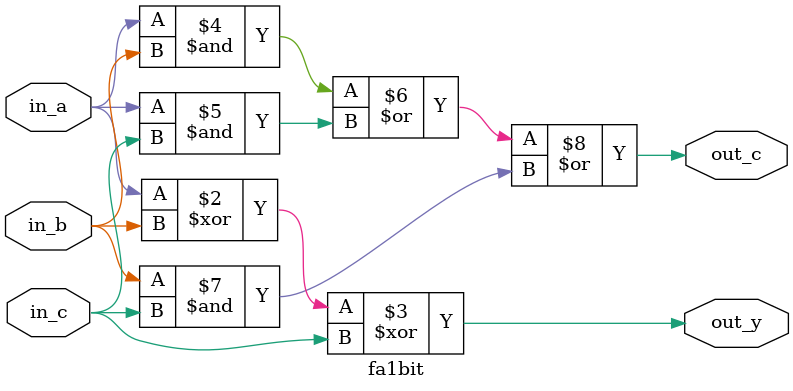
<source format=v>
/*
    4-bit RCA by 4x inst of FA
        unsinged w/ Cout
    
    made for output to x2 7-seg displays

    test 3+5, 8+7, 15+1, 11+11
*/

`timescale 1ns/1ns
`define STEP 10


module tb();
    wire [6:0] seg2;
    wire [6:0] seg1;
    reg [3:0] inA;
    reg [3:0] inB;
    reg inC;

    topMod DUT (
                    .disp2(seg2),
                    .disp1(seg1),
                    .inpA(inA),
                    .inpB(inB),
                    .Cin(inC)
            );
    
    initial begin
        $dumpfile("wave.vcd");
        $dumpvars(0, tb);
        inC = 1'b0;
        $write("\n test the RCA, Cin = %1b  ,  no carry in\n\n", inC);

        inA = 4'b0011;
        inB = 4'b0101;
        #`STEP
        disp(seg2, seg1, inA, inB, inC);

        inA = 4'b1000;
        inB = 4'b0111;
        #`STEP
        disp(seg2, seg1, inA, inB, inC);

        inA = 4'b1111;
        inB = 4'b0001;
        #`STEP
        disp(seg2, seg1, inA, inB, inC);

        inA = 4'b1011;
        inB = 4'b1011;
        #`STEP
        disp(seg2, seg1, inA, inB, inC);

        #`STEP
        $write("\n\n\t\t ~ ~ ~ TEST COMPLETE ~ ~ ~\n\n");
        $finish;
    end

    task automatic disp;
        input [6:0] seg22;
        input [6:0] seg11;
        input [3:0] inAA;
        input [3:0] inBB;
        input inCC;

        reg outC;
        reg [3:0] outY;
        integer intA;
        integer intB;
        integer outp;

        begin
            {outC, outY} = inAA + inBB + inCC;
            intA = inAA;
            intB = inBB;
            outp = inAA + inBB;
            
            $write("    %1b       c_in\n", inCC);
            $write("    %4b    A\n", inAA);
            $write(" +  %4b    B\n", inBB);
            $write("--------------\n");
            $write("  %1b_%4b    Cout, Y\n", outC, outY);
            $write("                    ----> %2d + %2d =  ", intA, intB);

            case(seg22)
                    7'b1000_000 : $write("0");
                    7'b1111_001 : $write("1");
                    7'b0100_100 : $write("2");
                    7'b0110_000 : $write("3");
                    7'b0011_001 : $write("4");
                    7'b0010_010 : $write("5");
                    7'b0000_010 : $write("6");
                    7'b1111_000 : $write("7");
                    7'b0000_000 : $write("8");
                    7'b0011_000 : $write("9");
                    default :     $write("ERROR");
            endcase
            case(seg11)
                    7'b1000_000 : $write("0\n\n");
                    7'b1111_001 : $write("1\n\n");
                    7'b0100_100 : $write("2\n\n");
                    7'b0110_000 : $write("3\n\n");
                    7'b0011_001 : $write("4\n\n");
                    7'b0010_010 : $write("5\n\n");
                    7'b0000_010 : $write("6\n\n");
                    7'b1111_000 : $write("7\n\n");
                    7'b0000_000 : $write("8\n\n");
                    7'b0011_000 : $write("9\n\n");
                    default :     $write("ERROR\n\n");
            endcase
        end
    endtask   
endmodule


////~~~~ top module, for using x2 7-segment displays


module topMod (
                    output wire [6:0] disp2,
                    output wire [6:0] disp1,
                    input wire [3:0] inpA,
                    input wire [3:0] inpB,
                    input wire Cin
            );
    wire [4:0] temp;
    wire [3:0] onez;
    wire [3:0] tenz;

    rca4bit adder (
                    .out_y(temp[3:0]),
                    .out_c(temp[4]),
                    .in_a(inpA),
                    .in_b(inpB),
                    .in_c(Cin)
                );

    my_bcd getDigs (
                        .tens(tenz),
                        .ones(onez),
                        .bin_in(temp)
                );
    
    seg7_dig dig2 (
                    .cntl_4bit(tenz),
                    .disp_4bit(disp2)
                );
    
    seg7_dig dig1 (
                    .cntl_4bit(onez),
                    .disp_4bit(disp1)
                );
endmodule


////~~~~ single digit 7-segment display


module seg7_dig(
                input wire [3:0] cntl_4bit,
                output reg [6:0] disp_4bit
            );

    parameter ON = 1'b0;
    parameter OFF = 1'b1;

    always @ (*) begin
        disp_4bit = {7{OFF}};
        case (cntl_4bit)
            4'b0000 : disp_4bit[5:0] = {6{ON}};
            4'b0001 : disp_4bit[2:1] = {2{ON}};
            4'b0010 :
                begin
                    disp_4bit[1:0] = {2{ON}};
                    disp_4bit[6] = ON;
                    disp_4bit[4:3] = {2{ON}};
                end
            4'b0011 :
                begin
                    disp_4bit[3:0] = {4{ON}};
                    disp_4bit[6] = ON;
                end
            4'b0100 :
                begin
                    disp_4bit[2:1] = {2{ON}};
                    disp_4bit[6:5] = {2{ON}};
                end 
            4'b0101 :
                begin
                    disp_4bit[0] = ON;
                    disp_4bit[3:2] = {2{ON}};
                    disp_4bit[6:5] = {2{ON}};
                end
            4'b0110 :
                begin
                    disp_4bit[0] = ON;
                    disp_4bit[6:2] = {5{ON}};
                end
            4'b0111 : disp_4bit[2:0] = {3{ON}};
            4'b1000 : disp_4bit[6:0] = {7{ON}};
            4'b1001 :
                begin
                    disp_4bit[6:0] = {7{ON}};
                    disp_4bit[4:3] = {2{OFF}};
                end
        endcase
    end
endmodule


////~~~~ get the 2 decimal digits of 5-bit binary


module my_bcd ( 
                    output reg [3:0] tens,
                    output reg [3:0] ones,
                    input wire [4:0] bin_in
            );

    integer idx;

    always @ (bin_in) begin
        tens = 4'b0000;
        ones = 4'b0000;
        
        for (idx = 4; idx >= 0; idx = idx - 1) begin
            if (tens >= 3'b101) tens = tens + 2'b11;
            if (ones >= 3'b101) ones = ones + 2'b11;
            
            tens = tens << 1;
            tens[0] = ones[3];
            ones = ones << 1;
            ones[0] = bin_in[idx];
        end
    end
endmodule


////~~~~ ripple carry adder, 4-bit


module rca4bit (
                output [3:0] out_y,
                output out_c,
                input [3:0] in_a,
                input [3:0] in_b,
                input in_c
            );

    wire co_0;
    wire co_1;
    wire co_2;
    
    fa1bit fa_0(out_y[0], co_0   , in_a[0], in_b[0], in_c);
    fa1bit fa_1(out_y[1], co_1   , in_a[1], in_b[1], co_0);
    fa1bit fa_2(out_y[2], co_2   , in_a[2], in_b[2], co_1);
    fa1bit fa_3(out_y[3], out_c  , in_a[3], in_b[3], co_2);
endmodule


////~~~~ full adder, 1-bit


module fa1bit (
                output out_y,
                output out_c,
                input in_a,
                input in_b,
                input in_c
            );

    assign out_y = (in_a ^ in_b) ^ in_c;
    assign out_c = (in_a & in_b) | (in_a & in_c) | (in_b & in_c);
endmodule


////////~~~~~~~~END>  ader7.v

</source>
